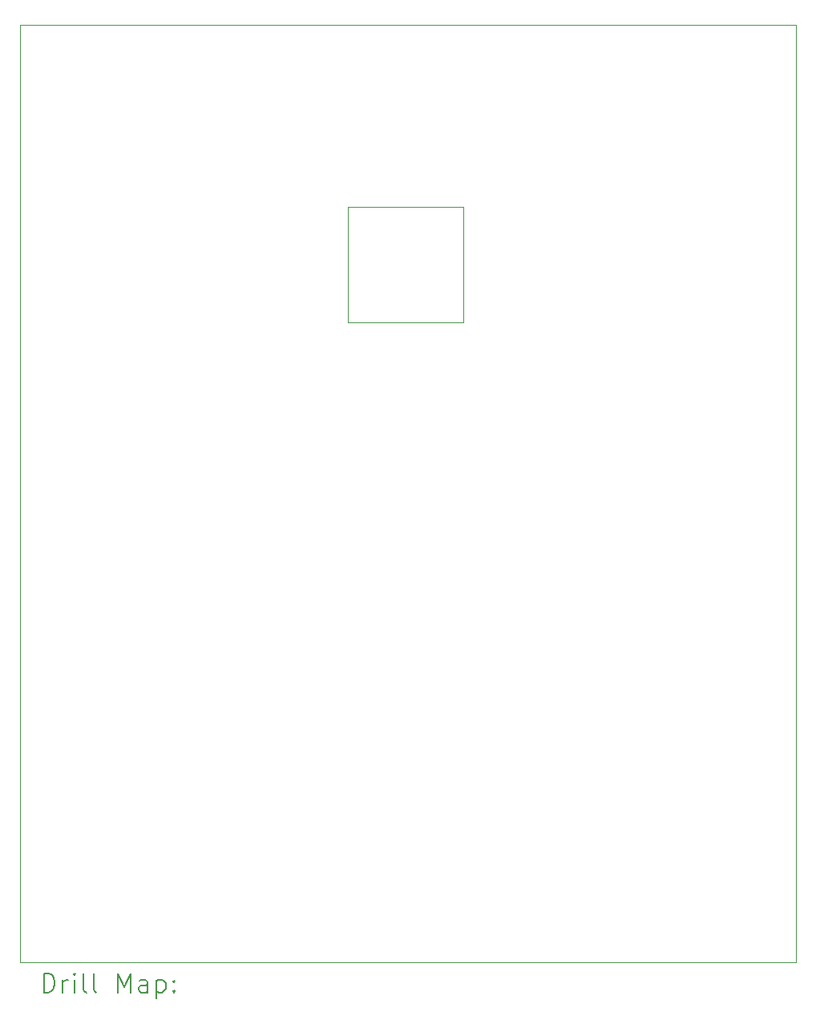
<source format=gbr>
%FSLAX45Y45*%
G04 Gerber Fmt 4.5, Leading zero omitted, Abs format (unit mm)*
G04 Created by KiCad (PCBNEW (6.0.5)) date 2022-07-09 16:19:08*
%MOMM*%
%LPD*%
G01*
G04 APERTURE LIST*
%TA.AperFunction,Profile*%
%ADD10C,0.100000*%
%TD*%
%ADD11C,0.200000*%
G04 APERTURE END LIST*
D10*
X18835000Y-14671400D02*
X10635000Y-14671400D01*
X10635000Y-4771400D02*
X18835000Y-4771400D01*
X10635000Y-14671400D02*
X10635000Y-4771400D01*
X18835000Y-4771400D02*
X18835000Y-14671400D01*
X14102000Y-6693000D02*
X15322000Y-6693000D01*
X15322000Y-7913000D02*
X15322000Y-6693000D01*
X14102000Y-7913000D02*
X15322000Y-7913000D01*
X14102000Y-7913000D02*
X14102000Y-6693000D01*
D11*
X10887619Y-14986876D02*
X10887619Y-14786876D01*
X10935238Y-14786876D01*
X10963810Y-14796400D01*
X10982857Y-14815448D01*
X10992381Y-14834495D01*
X11001905Y-14872590D01*
X11001905Y-14901162D01*
X10992381Y-14939257D01*
X10982857Y-14958305D01*
X10963810Y-14977352D01*
X10935238Y-14986876D01*
X10887619Y-14986876D01*
X11087619Y-14986876D02*
X11087619Y-14853543D01*
X11087619Y-14891638D02*
X11097143Y-14872590D01*
X11106667Y-14863067D01*
X11125714Y-14853543D01*
X11144762Y-14853543D01*
X11211428Y-14986876D02*
X11211428Y-14853543D01*
X11211428Y-14786876D02*
X11201905Y-14796400D01*
X11211428Y-14805924D01*
X11220952Y-14796400D01*
X11211428Y-14786876D01*
X11211428Y-14805924D01*
X11335238Y-14986876D02*
X11316190Y-14977352D01*
X11306667Y-14958305D01*
X11306667Y-14786876D01*
X11440000Y-14986876D02*
X11420952Y-14977352D01*
X11411428Y-14958305D01*
X11411428Y-14786876D01*
X11668571Y-14986876D02*
X11668571Y-14786876D01*
X11735238Y-14929733D01*
X11801905Y-14786876D01*
X11801905Y-14986876D01*
X11982857Y-14986876D02*
X11982857Y-14882114D01*
X11973333Y-14863067D01*
X11954286Y-14853543D01*
X11916190Y-14853543D01*
X11897143Y-14863067D01*
X11982857Y-14977352D02*
X11963809Y-14986876D01*
X11916190Y-14986876D01*
X11897143Y-14977352D01*
X11887619Y-14958305D01*
X11887619Y-14939257D01*
X11897143Y-14920209D01*
X11916190Y-14910686D01*
X11963809Y-14910686D01*
X11982857Y-14901162D01*
X12078095Y-14853543D02*
X12078095Y-15053543D01*
X12078095Y-14863067D02*
X12097143Y-14853543D01*
X12135238Y-14853543D01*
X12154286Y-14863067D01*
X12163809Y-14872590D01*
X12173333Y-14891638D01*
X12173333Y-14948781D01*
X12163809Y-14967828D01*
X12154286Y-14977352D01*
X12135238Y-14986876D01*
X12097143Y-14986876D01*
X12078095Y-14977352D01*
X12259048Y-14967828D02*
X12268571Y-14977352D01*
X12259048Y-14986876D01*
X12249524Y-14977352D01*
X12259048Y-14967828D01*
X12259048Y-14986876D01*
X12259048Y-14863067D02*
X12268571Y-14872590D01*
X12259048Y-14882114D01*
X12249524Y-14872590D01*
X12259048Y-14863067D01*
X12259048Y-14882114D01*
M02*

</source>
